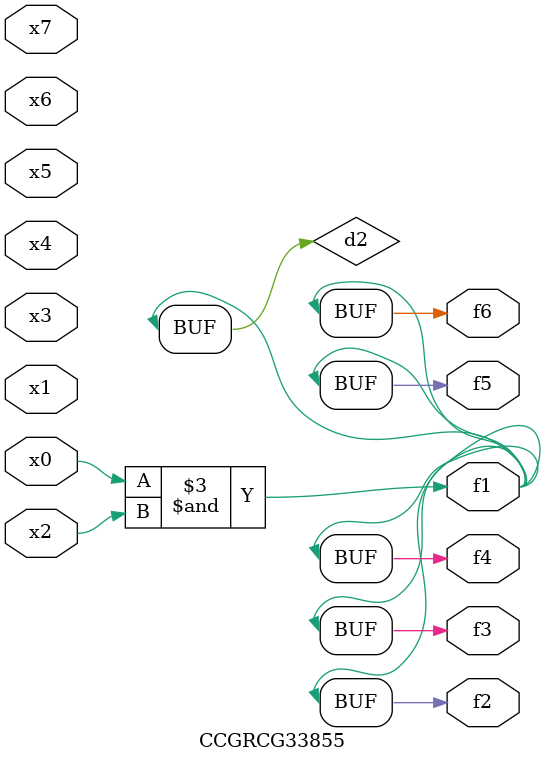
<source format=v>
module CCGRCG33855(
	input x0, x1, x2, x3, x4, x5, x6, x7,
	output f1, f2, f3, f4, f5, f6
);

	wire d1, d2;

	nor (d1, x3, x6);
	and (d2, x0, x2);
	assign f1 = d2;
	assign f2 = d2;
	assign f3 = d2;
	assign f4 = d2;
	assign f5 = d2;
	assign f6 = d2;
endmodule

</source>
